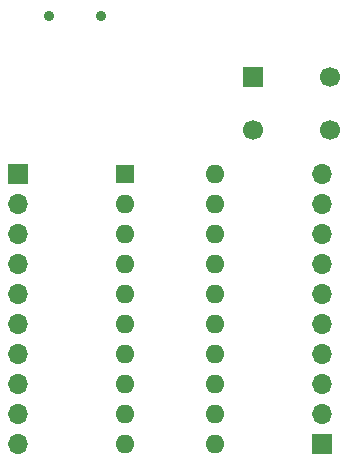
<source format=gbr>
%TF.GenerationSoftware,KiCad,Pcbnew,7.0.6-1.fc38*%
%TF.CreationDate,2023-08-09T19:30:44+03:00*%
%TF.ProjectId,msp430-breakout,6d737034-3330-42d6-9272-65616b6f7574,v.1.0*%
%TF.SameCoordinates,Original*%
%TF.FileFunction,Soldermask,Bot*%
%TF.FilePolarity,Negative*%
%FSLAX46Y46*%
G04 Gerber Fmt 4.6, Leading zero omitted, Abs format (unit mm)*
G04 Created by KiCad (PCBNEW 7.0.6-1.fc38) date 2023-08-09 19:30:44*
%MOMM*%
%LPD*%
G01*
G04 APERTURE LIST*
%ADD10C,0.900000*%
%ADD11O,1.700000X1.700000*%
%ADD12R,1.700000X1.700000*%
%ADD13O,1.600000X1.600000*%
%ADD14R,1.600000X1.600000*%
%ADD15C,1.700000*%
G04 APERTURE END LIST*
D10*
%TO.C,J3*%
X80000000Y-38825000D03*
X75600000Y-38825000D03*
%TD*%
D11*
%TO.C,J2*%
X98750000Y-52160000D03*
X98750000Y-54700000D03*
X98750000Y-57240000D03*
X98750000Y-59780000D03*
X98750000Y-62320000D03*
X98750000Y-64860000D03*
X98750000Y-67400000D03*
X98750000Y-69940000D03*
X98750000Y-72480000D03*
D12*
X98750000Y-75020000D03*
%TD*%
D13*
%TO.C,U1*%
X89620000Y-52175000D03*
X89620000Y-54715000D03*
X89620000Y-57255000D03*
X89620000Y-59795000D03*
X89620000Y-62335000D03*
X89620000Y-64875000D03*
X89620000Y-67415000D03*
X89620000Y-69955000D03*
X89620000Y-72495000D03*
X89620000Y-75035000D03*
X82000000Y-75035000D03*
X82000000Y-72495000D03*
X82000000Y-69955000D03*
X82000000Y-67415000D03*
X82000000Y-64875000D03*
X82000000Y-62335000D03*
X82000000Y-59795000D03*
X82000000Y-57255000D03*
X82000000Y-54715000D03*
D14*
X82000000Y-52175000D03*
%TD*%
D15*
%TO.C,SW1*%
X92850000Y-48450000D03*
X99350000Y-48450000D03*
D12*
X92850000Y-43950000D03*
D15*
X99350000Y-43950000D03*
%TD*%
D12*
%TO.C,J1*%
X73000000Y-52175000D03*
D11*
X73000000Y-54715000D03*
X73000000Y-57255000D03*
X73000000Y-59795000D03*
X73000000Y-62335000D03*
X73000000Y-64875000D03*
X73000000Y-67415000D03*
X73000000Y-69955000D03*
X73000000Y-72495000D03*
X73000000Y-75035000D03*
%TD*%
M02*

</source>
